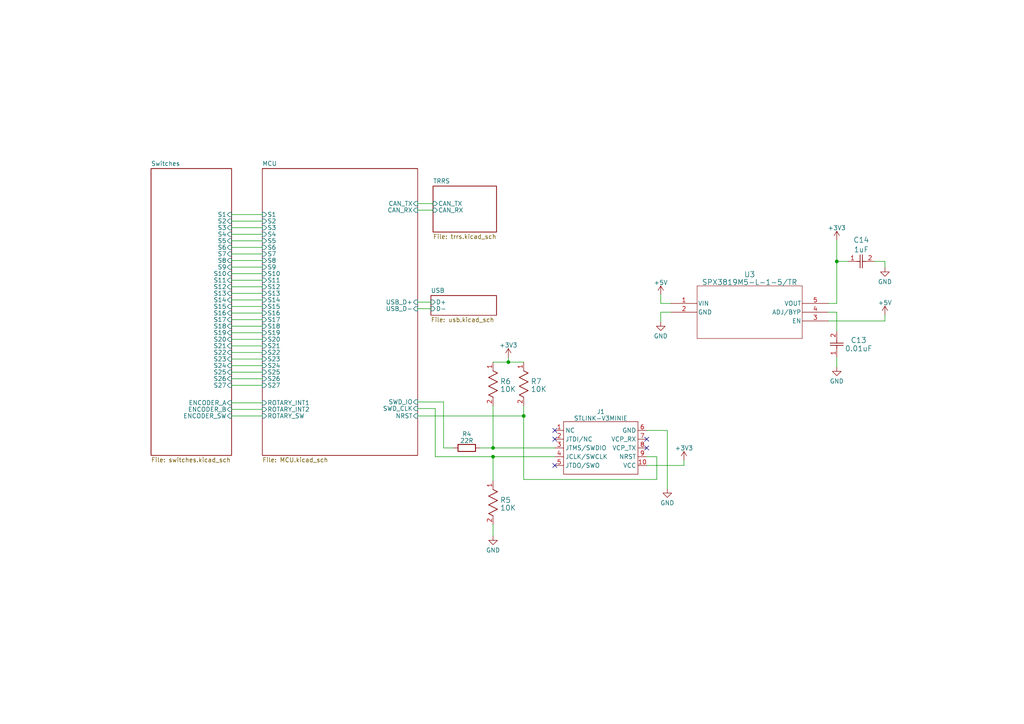
<source format=kicad_sch>
(kicad_sch (version 20230121) (generator eeschema)

  (uuid 1b168127-fe42-47b1-9115-517d28be7dcb)

  (paper "A4")

  (lib_symbols
    (symbol "Junon's KB:0603YD105KAT2A" (pin_names (offset 0.254)) (in_bom yes) (on_board yes)
      (property "Reference" "C" (at 3.81 3.81 0)
        (effects (font (size 1.524 1.524)))
      )
      (property "Value" "0603YD105KAT2A" (at 3.81 -3.81 0)
        (effects (font (size 1.524 1.524)))
      )
      (property "Footprint" "junon-kb:CAP_0603G_AVX" (at 0 0 0)
        (effects (font (size 1.27 1.27) italic) hide)
      )
      (property "Datasheet" "https://www.mouser.de/datasheet/2/40/cx5r_KGM-3223198.pdf" (at 0 0 0)
        (effects (font (size 1.27 1.27) italic) hide)
      )
      (property "Mouser ID" "581-0603YD105K" (at 0 -3 0)
        (effects (font (size 1.27 1.27) italic) hide)
      )
      (property "DigiKey ID" "null" (at 0 -3 0)
        (effects (font (size 1.27 1.27) italic) hide)
      )
      (property "Description" "CAP; SMT (0603); 1UF; 10%; 16V; X5R; CERAMIC; " (at 0 -3 0)
        (effects (font (size 1.27 1.27) italic) hide)
      )
      (property "Mfr. Number" "0603YD105KAT2A" (at 0 -3 0)
        (effects (font (size 1.27 1.27) italic) hide)
      )
      (property "Arrow ID" "0603YD105KAT2A" (at 0 -3 0)
        (effects (font (size 1.27 1.27) italic) hide)
      )
      (property "Mfr. Name" "KYOCERA AVX" (at 0 -3 0)
        (effects (font (size 1.27 1.27) italic) hide)
      )
      (property "Mouser URL" "https://www.mouser.de/ProductDetail/KYOCERA-AVX/0603YD105KAT2A?qs=Gc704lYbI0yxwip%252B5td8dA%3D%3D" (at 0 -3 0)
        (effects (font (size 1.27 1.27) italic) hide)
      )
      (property "ki_locked" "" (at 0 0 0)
        (effects (font (size 1.27 1.27)))
      )
      (property "ki_keywords" "0603YD105KAT2A" (at 0 0 0)
        (effects (font (size 1.27 1.27)) hide)
      )
      (property "ki_description" "CAP; SMT (0603); 1UF; 10%; 16V; X5R; CERAMIC; " (at 0 0 0)
        (effects (font (size 1.27 1.27)) hide)
      )
      (property "ki_fp_filters" "CAP_0603G_AVX CAP_0603G_AVX-M CAP_0603G_AVX-L" (at 0 0 0)
        (effects (font (size 1.27 1.27)) hide)
      )
      (symbol "0603YD105KAT2A_1_1"
        (polyline
          (pts
            (xy 2.54 0)
            (xy 3.4798 0)
          )
          (stroke (width 0.2032) (type default))
          (fill (type none))
        )
        (polyline
          (pts
            (xy 3.4798 -1.905)
            (xy 3.4798 1.905)
          )
          (stroke (width 0.2032) (type default))
          (fill (type none))
        )
        (polyline
          (pts
            (xy 4.1148 -1.905)
            (xy 4.1148 1.905)
          )
          (stroke (width 0.2032) (type default))
          (fill (type none))
        )
        (polyline
          (pts
            (xy 4.1148 0)
            (xy 5.08 0)
          )
          (stroke (width 0.2032) (type default))
          (fill (type none))
        )
        (pin unspecified line (at 0 0 0) (length 2.54)
          (name "" (effects (font (size 1.27 1.27))))
          (number "1" (effects (font (size 1.27 1.27))))
        )
        (pin unspecified line (at 7.62 0 180) (length 2.54)
          (name "" (effects (font (size 1.27 1.27))))
          (number "2" (effects (font (size 1.27 1.27))))
        )
      )
      (symbol "0603YD105KAT2A_1_2"
        (polyline
          (pts
            (xy -1.905 -4.1148)
            (xy 1.905 -4.1148)
          )
          (stroke (width 0.2032) (type default))
          (fill (type none))
        )
        (polyline
          (pts
            (xy -1.905 -3.4798)
            (xy 1.905 -3.4798)
          )
          (stroke (width 0.2032) (type default))
          (fill (type none))
        )
        (polyline
          (pts
            (xy 0 -4.1148)
            (xy 0 -5.08)
          )
          (stroke (width 0.2032) (type default))
          (fill (type none))
        )
        (polyline
          (pts
            (xy 0 -2.54)
            (xy 0 -3.4798)
          )
          (stroke (width 0.2032) (type default))
          (fill (type none))
        )
        (pin unspecified line (at 0 0 270) (length 2.54)
          (name "" (effects (font (size 1.27 1.27))))
          (number "1" (effects (font (size 1.27 1.27))))
        )
        (pin unspecified line (at 0 -7.62 90) (length 2.54)
          (name "" (effects (font (size 1.27 1.27))))
          (number "2" (effects (font (size 1.27 1.27))))
        )
      )
    )
    (symbol "Junon's KB:CL21B103KBANNNC" (pin_names (offset 0.254)) (in_bom yes) (on_board yes)
      (property "Reference" "C" (at 3.81 3.81 0)
        (effects (font (size 1.524 1.524)))
      )
      (property "Value" "CL21B103KBANNNC" (at 3.81 -3.81 0)
        (effects (font (size 1.524 1.524)))
      )
      (property "Footprint" "junon-kb:CAP_CL21_SAM" (at 0 0 0)
        (effects (font (size 1.27 1.27) italic) hide)
      )
      (property "Datasheet" "null" (at 0 0 0)
        (effects (font (size 1.27 1.27) italic) hide)
      )
      (property "Mfr. Number" "CL21B103KBANNNC" (at 0 -3 0)
        (effects (font (size 1.27 1.27) italic) hide)
      )
      (property "Mfr. Name" "Samsung" (at 0 -3 0)
        (effects (font (size 1.27 1.27) italic) hide)
      )
      (property "DigiKey ID" "1276-1015-1-ND" (at 0 -3 0)
        (effects (font (size 1.27 1.27) italic) hide)
      )
      (property "Description" "Multilayer Ceramic Capacitor, 0.01 uF, 50 V, ± 10%, X7R, 0805 [2012 Metric]" (at 0 -3 0)
        (effects (font (size 1.27 1.27) italic) hide)
      )
      (property "Arrow ID" "CL21B103KBANNNC" (at 0 -3 0)
        (effects (font (size 1.27 1.27) italic) hide)
      )
      (property "Mouser URL" "null" (at 0 -3 0)
        (effects (font (size 1.27 1.27) italic) hide)
      )
      (property "Mouser ID" "187-CL21B103KBANNNC" (at 0 -3 0)
        (effects (font (size 1.27 1.27) italic) hide)
      )
      (property "ki_locked" "" (at 0 0 0)
        (effects (font (size 1.27 1.27)))
      )
      (property "ki_keywords" "CL21B103KBANNNC" (at 0 0 0)
        (effects (font (size 1.27 1.27)) hide)
      )
      (property "ki_description" "Multilayer Ceramic Capacitor, 0.01 uF, 50 V, ± 10%, X7R, 0805 [2012 Metric]" (at 0 0 0)
        (effects (font (size 1.27 1.27)) hide)
      )
      (property "ki_fp_filters" "CAP_CL21_SAM CAP_CL21_SAM-M CAP_CL21_SAM-L" (at 0 0 0)
        (effects (font (size 1.27 1.27)) hide)
      )
      (symbol "CL21B103KBANNNC_1_1"
        (polyline
          (pts
            (xy 2.54 0)
            (xy 3.4798 0)
          )
          (stroke (width 0.2032) (type default))
          (fill (type none))
        )
        (polyline
          (pts
            (xy 3.4798 -1.905)
            (xy 3.4798 1.905)
          )
          (stroke (width 0.2032) (type default))
          (fill (type none))
        )
        (polyline
          (pts
            (xy 4.1148 -1.905)
            (xy 4.1148 1.905)
          )
          (stroke (width 0.2032) (type default))
          (fill (type none))
        )
        (polyline
          (pts
            (xy 4.1148 0)
            (xy 5.08 0)
          )
          (stroke (width 0.2032) (type default))
          (fill (type none))
        )
        (pin unspecified line (at 0 0 0) (length 2.54)
          (name "" (effects (font (size 1.27 1.27))))
          (number "1" (effects (font (size 1.27 1.27))))
        )
        (pin unspecified line (at 7.62 0 180) (length 2.54)
          (name "" (effects (font (size 1.27 1.27))))
          (number "2" (effects (font (size 1.27 1.27))))
        )
      )
      (symbol "CL21B103KBANNNC_1_2"
        (polyline
          (pts
            (xy -1.905 -4.1148)
            (xy 1.905 -4.1148)
          )
          (stroke (width 0.2032) (type default))
          (fill (type none))
        )
        (polyline
          (pts
            (xy -1.905 -3.4798)
            (xy 1.905 -3.4798)
          )
          (stroke (width 0.2032) (type default))
          (fill (type none))
        )
        (polyline
          (pts
            (xy 0 -4.1148)
            (xy 0 -5.08)
          )
          (stroke (width 0.2032) (type default))
          (fill (type none))
        )
        (polyline
          (pts
            (xy 0 -2.54)
            (xy 0 -3.4798)
          )
          (stroke (width 0.2032) (type default))
          (fill (type none))
        )
        (pin unspecified line (at 0 0 270) (length 2.54)
          (name "" (effects (font (size 1.27 1.27))))
          (number "1" (effects (font (size 1.27 1.27))))
        )
        (pin unspecified line (at 0 -7.62 90) (length 2.54)
          (name "" (effects (font (size 1.27 1.27))))
          (number "2" (effects (font (size 1.27 1.27))))
        )
      )
    )
    (symbol "Junon's KB:RK73H1ETTP1002F" (pin_names (offset 0.254)) (in_bom yes) (on_board yes)
      (property "Reference" "R" (at 5.715 3.81 0)
        (effects (font (size 1.524 1.524)))
      )
      (property "Value" "RK73H1ETTP1002F" (at 6.35 -3.81 0)
        (effects (font (size 1.524 1.524)))
      )
      (property "Footprint" "junon-kb:RES_RK73H1E_KOA" (at 0 0 0)
        (effects (font (size 1.27 1.27) italic) hide)
      )
      (property "Datasheet" "https://www.koaspeer.com/pdfs/RK73H.pdf" (at 0 0 0)
        (effects (font (size 1.27 1.27) italic) hide)
      )
      (property "Mouser ID" "660-RK73H1ETTP1002F" (at 0 -3 0)
        (effects (font (size 1.27 1.27) italic) hide)
      )
      (property "Mfr. Name" "KOA Speer" (at 0 -3 0)
        (effects (font (size 1.27 1.27) italic) hide)
      )
      (property "DigiKey ID" "2019-RK73H1ETTP1002FCT-ND" (at 0 -3 0)
        (effects (font (size 1.27 1.27) italic) hide)
      )
      (property "Description" "Res Thick Film 0402 10K Ohm 1% 0.1W(1/10W) ¡À100ppm/C Pad SMD Automotive T/R" (at 0 -3 0)
        (effects (font (size 1.27 1.27) italic) hide)
      )
      (property "Arrow ID" "RK73H1ETTP1002F" (at 0 -3 0)
        (effects (font (size 1.27 1.27) italic) hide)
      )
      (property "Mfr. Number" "RK73H1ETTP1002F" (at 0 -3 0)
        (effects (font (size 1.27 1.27) italic) hide)
      )
      (property "Mouser URL" "https://www.mouser.de/ProductDetail/KOA-Speer/RK73H1ETTP1002F?qs=uLfVlVfCHH2OZ4JTybrBPQ%3D%3D" (at 0 -3 0)
        (effects (font (size 1.27 1.27) italic) hide)
      )
      (property "ki_locked" "" (at 0 0 0)
        (effects (font (size 1.27 1.27)))
      )
      (property "ki_keywords" "RK73H1ETTP1002F" (at 0 0 0)
        (effects (font (size 1.27 1.27)) hide)
      )
      (property "ki_description" "Res Thick Film 0402 10K Ohm 1% 0.1W(1/10W) ¡À100ppm/C Pad SMD Automotive T/R" (at 0 0 0)
        (effects (font (size 1.27 1.27)) hide)
      )
      (property "ki_fp_filters" "RES_RK73H1E_KOA RES_RK73H1E_KOA-M RES_RK73H1E_KOA-L" (at 0 0 0)
        (effects (font (size 1.27 1.27)) hide)
      )
      (symbol "RK73H1ETTP1002F_1_1"
        (polyline
          (pts
            (xy 2.54 0)
            (xy 3.175 1.27)
          )
          (stroke (width 0.2032) (type default))
          (fill (type none))
        )
        (polyline
          (pts
            (xy 3.175 1.27)
            (xy 4.445 -1.27)
          )
          (stroke (width 0.2032) (type default))
          (fill (type none))
        )
        (polyline
          (pts
            (xy 4.445 -1.27)
            (xy 5.715 1.27)
          )
          (stroke (width 0.2032) (type default))
          (fill (type none))
        )
        (polyline
          (pts
            (xy 5.715 1.27)
            (xy 6.985 -1.27)
          )
          (stroke (width 0.2032) (type default))
          (fill (type none))
        )
        (polyline
          (pts
            (xy 6.985 -1.27)
            (xy 8.255 1.27)
          )
          (stroke (width 0.2032) (type default))
          (fill (type none))
        )
        (polyline
          (pts
            (xy 8.255 1.27)
            (xy 9.525 -1.27)
          )
          (stroke (width 0.2032) (type default))
          (fill (type none))
        )
        (polyline
          (pts
            (xy 9.525 -1.27)
            (xy 10.16 0)
          )
          (stroke (width 0.2032) (type default))
          (fill (type none))
        )
        (pin unspecified line (at 0 0 0) (length 2.54)
          (name "" (effects (font (size 1.27 1.27))))
          (number "1" (effects (font (size 1.27 1.27))))
        )
        (pin unspecified line (at 12.7 0 180) (length 2.54)
          (name "" (effects (font (size 1.27 1.27))))
          (number "2" (effects (font (size 1.27 1.27))))
        )
      )
      (symbol "RK73H1ETTP1002F_1_2"
        (polyline
          (pts
            (xy -1.27 3.175)
            (xy 1.27 4.445)
          )
          (stroke (width 0.2032) (type default))
          (fill (type none))
        )
        (polyline
          (pts
            (xy -1.27 5.715)
            (xy 1.27 6.985)
          )
          (stroke (width 0.2032) (type default))
          (fill (type none))
        )
        (polyline
          (pts
            (xy -1.27 8.255)
            (xy 1.27 9.525)
          )
          (stroke (width 0.2032) (type default))
          (fill (type none))
        )
        (polyline
          (pts
            (xy 0 2.54)
            (xy -1.27 3.175)
          )
          (stroke (width 0.2032) (type default))
          (fill (type none))
        )
        (polyline
          (pts
            (xy 1.27 4.445)
            (xy -1.27 5.715)
          )
          (stroke (width 0.2032) (type default))
          (fill (type none))
        )
        (polyline
          (pts
            (xy 1.27 6.985)
            (xy -1.27 8.255)
          )
          (stroke (width 0.2032) (type default))
          (fill (type none))
        )
        (polyline
          (pts
            (xy 1.27 9.525)
            (xy 0 10.16)
          )
          (stroke (width 0.2032) (type default))
          (fill (type none))
        )
        (pin unspecified line (at 0 12.7 270) (length 2.54)
          (name "" (effects (font (size 1.27 1.27))))
          (number "1" (effects (font (size 1.27 1.27))))
        )
        (pin unspecified line (at 0 0 90) (length 2.54)
          (name "" (effects (font (size 1.27 1.27))))
          (number "2" (effects (font (size 1.27 1.27))))
        )
      )
    )
    (symbol "Junon's KB:SPX3819M5-L-1-5_TR" (pin_names (offset 0.254)) (in_bom yes) (on_board yes)
      (property "Reference" "U" (at 22.86 10.16 0)
        (effects (font (size 1.524 1.524)))
      )
      (property "Value" "SPX3819M5-L-1-5/TR" (at 22.86 7.62 0)
        (effects (font (size 1.524 1.524)))
      )
      (property "Footprint" "junon-kb:SOT-23-5_VAR-AA" (at 0 0 0)
        (effects (font (size 1.27 1.27) italic) hide)
      )
      (property "Datasheet" "https://www.mouser.de/datasheet/2/146/SPX3819-1888965.pdf" (at 0 0 0)
        (effects (font (size 1.27 1.27) italic) hide)
      )
      (property "Arrow ID" "SPX3819M5-L-1-5/TR" (at 0 -3 0)
        (effects (font (size 1.27 1.27) italic) hide)
      )
      (property "Mfr. Number" "SPX3819M5-L-1-5/TR" (at 0 -3 0)
        (effects (font (size 1.27 1.27) italic) hide)
      )
      (property "Description" "SPX3819 Series 1.5 V Fixed Output 500 mA SMT LDO Regulator - SOT-23-5 T/R" (at 0 -3 0)
        (effects (font (size 1.27 1.27) italic) hide)
      )
      (property "Mouser URL" "https://www.mouser.de/ProductDetail/MaxLinear/SPX3819M5-L-1-5-TR?qs=S%2FCBhQS5rCrN5Ap1i7lqJA%3D%3D" (at 0 -3 0)
        (effects (font (size 1.27 1.27) italic) hide)
      )
      (property "Mfr. Name" "MaxLinear / Exar" (at 0 -3 0)
        (effects (font (size 1.27 1.27) italic) hide)
      )
      (property "Mouser ID" "701-SPX3819M5-L-15TR" (at 0 -3 0)
        (effects (font (size 1.27 1.27) italic) hide)
      )
      (property "DigiKey ID" "SPX3819M5-L-1-5/TR-ND" (at 0 -3 0)
        (effects (font (size 1.27 1.27) italic) hide)
      )
      (property "ki_locked" "" (at 0 0 0)
        (effects (font (size 1.27 1.27)))
      )
      (property "ki_keywords" "SPX3819M5-L-1-5/TR" (at 0 0 0)
        (effects (font (size 1.27 1.27)) hide)
      )
      (property "ki_description" "SPX3819 Series 1.5 V Fixed Output 500 mA SMT LDO Regulator - SOT-23-5 T/R" (at 0 0 0)
        (effects (font (size 1.27 1.27)) hide)
      )
      (property "ki_fp_filters" "SOT-23-5_VAR-AA SOT-23-5_VAR-AA-M SOT-23-5_VAR-AA-L" (at 0 0 0)
        (effects (font (size 1.27 1.27)) hide)
      )
      (symbol "SPX3819M5-L-1-5_TR_0_1"
        (polyline
          (pts
            (xy 7.62 -10.16)
            (xy 38.1 -10.16)
          )
          (stroke (width 0.127) (type default))
          (fill (type none))
        )
        (polyline
          (pts
            (xy 7.62 5.08)
            (xy 7.62 -10.16)
          )
          (stroke (width 0.127) (type default))
          (fill (type none))
        )
        (polyline
          (pts
            (xy 38.1 -10.16)
            (xy 38.1 5.08)
          )
          (stroke (width 0.127) (type default))
          (fill (type none))
        )
        (polyline
          (pts
            (xy 38.1 5.08)
            (xy 7.62 5.08)
          )
          (stroke (width 0.127) (type default))
          (fill (type none))
        )
        (pin input line (at 0 0 0) (length 7.62)
          (name "VIN" (effects (font (size 1.27 1.27))))
          (number "1" (effects (font (size 1.27 1.27))))
        )
        (pin power_out line (at 0 -2.54 0) (length 7.62)
          (name "GND" (effects (font (size 1.27 1.27))))
          (number "2" (effects (font (size 1.27 1.27))))
        )
        (pin input line (at 45.72 -5.08 180) (length 7.62)
          (name "EN" (effects (font (size 1.27 1.27))))
          (number "3" (effects (font (size 1.27 1.27))))
        )
        (pin unspecified line (at 45.72 -2.54 180) (length 7.62)
          (name "ADJ/BYP" (effects (font (size 1.27 1.27))))
          (number "4" (effects (font (size 1.27 1.27))))
        )
        (pin output line (at 45.72 0 180) (length 7.62)
          (name "VOUT" (effects (font (size 1.27 1.27))))
          (number "5" (effects (font (size 1.27 1.27))))
        )
      )
    )
    (symbol "Junon's KB:STLINK-V3MINIE" (in_bom yes) (on_board yes)
      (property "Reference" "J" (at 13.97 3.81 0)
        (effects (font (size 1.27 1.27)))
      )
      (property "Value" "STLINK-V3MINIE" (at 13.97 1.27 0)
        (effects (font (size 1.27 1.27)))
      )
      (property "Footprint" "junon-kb:009159010061911" (at -10.16 6.35 0)
        (effects (font (size 1.27 1.27)) hide)
      )
      (property "Datasheet" "https://www.st.com/resource/en/user_manual/um2910-stlinkv3minie-debuggerprogrammer-tiny-probe-for-stm32-microcontrollers-stmicroelectronics.pdf" (at 0 10.16 0)
        (effects (font (size 1.27 1.27)) hide)
      )
      (property "Manufacturer_Name" "STMicroelectronics" (at -1.27 13.97 0)
        (effects (font (size 1.27 1.27)) (justify left) hide)
      )
      (property "Manufacturer_Part_Number" "STLINK-V3MINIE" (at 0 13.97 0)
        (effects (font (size 1.27 1.27)) (justify left) hide)
      )
      (property "Mouser Part Number" "511-STLINK-V3MINIE" (at 0 11.43 0)
        (effects (font (size 1.27 1.27)) (justify left) hide)
      )
      (property "Mouser Price/Stock" "https://www.mouser.de/ProductDetail/STMicroelectronics/STLINK-V3MINIE?qs=MyNHzdoqoQKcLQe5Jawcgw%3D%3D" (at 0 7.62 0)
        (effects (font (size 1.27 1.27)) (justify left) hide)
      )
      (symbol "STLINK-V3MINIE_0_0"
        (pin unspecified line (at 0 -2.54 0) (length 2.54)
          (name "NC" (effects (font (size 1.27 1.27))))
          (number "1" (effects (font (size 1.27 1.27))))
        )
        (pin unspecified line (at 26.67 -12.7 180) (length 2.54)
          (name "VCC" (effects (font (size 1.27 1.27))))
          (number "10" (effects (font (size 1.27 1.27))))
        )
        (pin unspecified line (at 0 -5.08 0) (length 2.54)
          (name "JTDI/NC" (effects (font (size 1.27 1.27))))
          (number "2" (effects (font (size 1.27 1.27))))
        )
        (pin unspecified line (at 0 -7.62 0) (length 2.54)
          (name "JTMS/SWDIO" (effects (font (size 1.27 1.27))))
          (number "3" (effects (font (size 1.27 1.27))))
        )
        (pin unspecified line (at 0 -10.16 0) (length 2.54)
          (name "JCLK/SWCLK" (effects (font (size 1.27 1.27))))
          (number "4" (effects (font (size 1.27 1.27))))
        )
        (pin unspecified line (at 0 -12.7 0) (length 2.54)
          (name "JTDO/SWO" (effects (font (size 1.27 1.27))))
          (number "5" (effects (font (size 1.27 1.27))))
        )
        (pin unspecified line (at 26.67 -2.54 180) (length 2.54)
          (name "GND" (effects (font (size 1.27 1.27))))
          (number "6" (effects (font (size 1.27 1.27))))
        )
        (pin unspecified line (at 26.67 -5.08 180) (length 2.54)
          (name "VCP_RX" (effects (font (size 1.27 1.27))))
          (number "7" (effects (font (size 1.27 1.27))))
        )
        (pin unspecified line (at 26.67 -7.62 180) (length 2.54)
          (name "VCP_TX" (effects (font (size 1.27 1.27))))
          (number "8" (effects (font (size 1.27 1.27))))
        )
        (pin unspecified line (at 26.67 -10.16 180) (length 2.54)
          (name "NRST" (effects (font (size 1.27 1.27))))
          (number "9" (effects (font (size 1.27 1.27))))
        )
      )
      (symbol "STLINK-V3MINIE_0_1"
        (rectangle (start 2.54 0) (end 24.13 -15.24)
          (stroke (width 0) (type default))
          (fill (type none))
        )
      )
    )
    (symbol "PCM_Resistor_AKL:R_0402" (pin_numbers hide) (pin_names (offset 0)) (in_bom yes) (on_board yes)
      (property "Reference" "R" (at 2.54 1.27 0)
        (effects (font (size 1.27 1.27)) (justify left))
      )
      (property "Value" "R_0402" (at 2.54 -1.27 0)
        (effects (font (size 1.27 1.27)) (justify left))
      )
      (property "Footprint" "Resistor_SMD_AKL:R_0402_1005Metric" (at 0 -11.43 0)
        (effects (font (size 1.27 1.27)) hide)
      )
      (property "Datasheet" "~" (at 0 0 0)
        (effects (font (size 1.27 1.27)) hide)
      )
      (property "ki_keywords" "R res resistor eu smd 0402" (at 0 0 0)
        (effects (font (size 1.27 1.27)) hide)
      )
      (property "ki_description" "SMD 0402 Chip Resistor, European Symbol, Alternate KiCad Library" (at 0 0 0)
        (effects (font (size 1.27 1.27)) hide)
      )
      (property "ki_fp_filters" "R_*" (at 0 0 0)
        (effects (font (size 1.27 1.27)) hide)
      )
      (symbol "R_0402_0_1"
        (rectangle (start -1.016 -2.54) (end 1.016 2.54)
          (stroke (width 0.254) (type default))
          (fill (type none))
        )
      )
      (symbol "R_0402_1_1"
        (pin passive line (at 0 3.81 270) (length 1.27)
          (name "~" (effects (font (size 1.27 1.27))))
          (number "1" (effects (font (size 1.27 1.27))))
        )
        (pin passive line (at 0 -3.81 90) (length 1.27)
          (name "~" (effects (font (size 1.27 1.27))))
          (number "2" (effects (font (size 1.27 1.27))))
        )
      )
    )
    (symbol "power:+3V3" (power) (pin_names (offset 0)) (in_bom yes) (on_board yes)
      (property "Reference" "#PWR" (at 0 -3.81 0)
        (effects (font (size 1.27 1.27)) hide)
      )
      (property "Value" "+3V3" (at 0 3.556 0)
        (effects (font (size 1.27 1.27)))
      )
      (property "Footprint" "" (at 0 0 0)
        (effects (font (size 1.27 1.27)) hide)
      )
      (property "Datasheet" "" (at 0 0 0)
        (effects (font (size 1.27 1.27)) hide)
      )
      (property "ki_keywords" "global power" (at 0 0 0)
        (effects (font (size 1.27 1.27)) hide)
      )
      (property "ki_description" "Power symbol creates a global label with name \"+3V3\"" (at 0 0 0)
        (effects (font (size 1.27 1.27)) hide)
      )
      (symbol "+3V3_0_1"
        (polyline
          (pts
            (xy -0.762 1.27)
            (xy 0 2.54)
          )
          (stroke (width 0) (type default))
          (fill (type none))
        )
        (polyline
          (pts
            (xy 0 0)
            (xy 0 2.54)
          )
          (stroke (width 0) (type default))
          (fill (type none))
        )
        (polyline
          (pts
            (xy 0 2.54)
            (xy 0.762 1.27)
          )
          (stroke (width 0) (type default))
          (fill (type none))
        )
      )
      (symbol "+3V3_1_1"
        (pin power_in line (at 0 0 90) (length 0) hide
          (name "+3V3" (effects (font (size 1.27 1.27))))
          (number "1" (effects (font (size 1.27 1.27))))
        )
      )
    )
    (symbol "power:+5V" (power) (pin_names (offset 0)) (in_bom yes) (on_board yes)
      (property "Reference" "#PWR" (at 0 -3.81 0)
        (effects (font (size 1.27 1.27)) hide)
      )
      (property "Value" "+5V" (at 0 3.556 0)
        (effects (font (size 1.27 1.27)))
      )
      (property "Footprint" "" (at 0 0 0)
        (effects (font (size 1.27 1.27)) hide)
      )
      (property "Datasheet" "" (at 0 0 0)
        (effects (font (size 1.27 1.27)) hide)
      )
      (property "ki_keywords" "global power" (at 0 0 0)
        (effects (font (size 1.27 1.27)) hide)
      )
      (property "ki_description" "Power symbol creates a global label with name \"+5V\"" (at 0 0 0)
        (effects (font (size 1.27 1.27)) hide)
      )
      (symbol "+5V_0_1"
        (polyline
          (pts
            (xy -0.762 1.27)
            (xy 0 2.54)
          )
          (stroke (width 0) (type default))
          (fill (type none))
        )
        (polyline
          (pts
            (xy 0 0)
            (xy 0 2.54)
          )
          (stroke (width 0) (type default))
          (fill (type none))
        )
        (polyline
          (pts
            (xy 0 2.54)
            (xy 0.762 1.27)
          )
          (stroke (width 0) (type default))
          (fill (type none))
        )
      )
      (symbol "+5V_1_1"
        (pin power_in line (at 0 0 90) (length 0) hide
          (name "+5V" (effects (font (size 1.27 1.27))))
          (number "1" (effects (font (size 1.27 1.27))))
        )
      )
    )
    (symbol "power:GND" (power) (pin_names (offset 0)) (in_bom yes) (on_board yes)
      (property "Reference" "#PWR" (at 0 -6.35 0)
        (effects (font (size 1.27 1.27)) hide)
      )
      (property "Value" "GND" (at 0 -3.81 0)
        (effects (font (size 1.27 1.27)))
      )
      (property "Footprint" "" (at 0 0 0)
        (effects (font (size 1.27 1.27)) hide)
      )
      (property "Datasheet" "" (at 0 0 0)
        (effects (font (size 1.27 1.27)) hide)
      )
      (property "ki_keywords" "global power" (at 0 0 0)
        (effects (font (size 1.27 1.27)) hide)
      )
      (property "ki_description" "Power symbol creates a global label with name \"GND\" , ground" (at 0 0 0)
        (effects (font (size 1.27 1.27)) hide)
      )
      (symbol "GND_0_1"
        (polyline
          (pts
            (xy 0 0)
            (xy 0 -1.27)
            (xy 1.27 -1.27)
            (xy 0 -2.54)
            (xy -1.27 -1.27)
            (xy 0 -1.27)
          )
          (stroke (width 0) (type default))
          (fill (type none))
        )
      )
      (symbol "GND_1_1"
        (pin power_in line (at 0 0 270) (length 0) hide
          (name "GND" (effects (font (size 1.27 1.27))))
          (number "1" (effects (font (size 1.27 1.27))))
        )
      )
    )
  )

  (junction (at 143.002 132.461) (diameter 0) (color 0 0 0 0)
    (uuid a0535f90-b85f-4650-8063-5a433b18a819)
  )
  (junction (at 242.697 75.819) (diameter 0) (color 0 0 0 0)
    (uuid a139462e-d814-4429-b967-0015a99ae9fe)
  )
  (junction (at 143.002 129.921) (diameter 0) (color 0 0 0 0)
    (uuid a34220bb-c75f-4e09-819a-36f8ffd85b8b)
  )
  (junction (at 151.892 120.65) (diameter 0) (color 0 0 0 0)
    (uuid e2923878-1e29-400b-a6a0-f25a277e833c)
  )
  (junction (at 147.447 105.029) (diameter 0) (color 0 0 0 0)
    (uuid f2a83a09-5fe8-44c1-a04b-dc274aca352b)
  )

  (no_connect (at 160.909 127.381) (uuid 1d004143-abaf-4f3b-b1b1-b993c9e7b649))
  (no_connect (at 160.909 124.841) (uuid 42b40ae3-072b-4ceb-bf55-48684e82d630))
  (no_connect (at 187.579 129.921) (uuid 44bdb3bb-e143-4a92-875b-eb7e4f9e431d))
  (no_connect (at 160.909 135.001) (uuid 6efa716f-86ec-44d8-9f34-dc381330d3a1))
  (no_connect (at 187.579 127.381) (uuid af70d298-c408-46d8-be13-4baec46d90d8))

  (wire (pts (xy 187.579 124.841) (xy 193.548 124.841))
    (stroke (width 0) (type default))
    (uuid 009238ab-03ac-4ff8-83c3-cdc97ea26ff6)
  )
  (wire (pts (xy 256.667 75.819) (xy 256.667 77.597))
    (stroke (width 0) (type default))
    (uuid 05aa9ebb-366c-424c-b708-57fe352724a8)
  )
  (wire (pts (xy 121.158 116.586) (xy 128.651 116.586))
    (stroke (width 0) (type default))
    (uuid 07dc31f4-13ad-4469-8aeb-b4f041221a08)
  )
  (wire (pts (xy 67.183 73.66) (xy 76.073 73.66))
    (stroke (width 0) (type default))
    (uuid 08ad84e6-090f-42bc-93c1-9b5cbb3d1309)
  )
  (wire (pts (xy 242.697 103.632) (xy 242.697 106.426))
    (stroke (width 0) (type default))
    (uuid 0abd30f0-45a2-465a-aa5b-b2ea93d52ed9)
  )
  (wire (pts (xy 67.183 67.945) (xy 76.073 67.945))
    (stroke (width 0) (type default))
    (uuid 0dccaf95-3cd7-4aee-bef3-7cc779330c62)
  )
  (wire (pts (xy 147.447 105.029) (xy 151.892 105.029))
    (stroke (width 0) (type default))
    (uuid 129aeca8-39f1-4113-8690-9321a0fab7c7)
  )
  (wire (pts (xy 187.579 132.461) (xy 190.5 132.461))
    (stroke (width 0) (type default))
    (uuid 17e7d4cd-1470-4345-bc91-ac0491f9ea2a)
  )
  (wire (pts (xy 143.002 132.461) (xy 160.909 132.461))
    (stroke (width 0) (type default))
    (uuid 199cbd55-a69c-43dd-a921-9e2a60df9b24)
  )
  (wire (pts (xy 128.651 129.921) (xy 131.572 129.921))
    (stroke (width 0) (type default))
    (uuid 1c5f37d0-728b-48f9-a085-c68cdeb9879c)
  )
  (wire (pts (xy 67.183 79.375) (xy 76.073 79.375))
    (stroke (width 0) (type default))
    (uuid 1d523b64-0c21-4d3d-a2e2-e463fd82fa1a)
  )
  (wire (pts (xy 121.158 118.491) (xy 126.238 118.491))
    (stroke (width 0) (type default))
    (uuid 2383f7ab-f7c0-4cce-9f8b-0d8e06177566)
  )
  (wire (pts (xy 67.183 98.425) (xy 76.073 98.425))
    (stroke (width 0) (type default))
    (uuid 243d9cf4-97b3-42d6-9af8-8f63561b7c84)
  )
  (wire (pts (xy 126.238 118.491) (xy 126.238 132.461))
    (stroke (width 0) (type default))
    (uuid 2571bc40-16d8-4572-9686-10f8d42c3496)
  )
  (wire (pts (xy 253.619 75.819) (xy 256.667 75.819))
    (stroke (width 0) (type default))
    (uuid 28d8114e-a95c-469f-8fc9-4d185d4ac114)
  )
  (wire (pts (xy 67.183 85.09) (xy 76.073 85.09))
    (stroke (width 0) (type default))
    (uuid 29fc3c31-79c5-434b-84fb-86d195c98452)
  )
  (wire (pts (xy 240.284 93.091) (xy 256.667 93.091))
    (stroke (width 0) (type default))
    (uuid 306aa1cc-50b7-4d9d-bdee-2fe523aad8fe)
  )
  (wire (pts (xy 151.892 117.729) (xy 151.892 120.65))
    (stroke (width 0) (type default))
    (uuid 32a21441-d81e-4399-95cd-a7f03fdf5cb1)
  )
  (wire (pts (xy 191.643 90.551) (xy 191.643 93.345))
    (stroke (width 0) (type default))
    (uuid 35851d39-876b-4f5e-b84b-980abbbd9e69)
  )
  (wire (pts (xy 242.697 75.819) (xy 242.697 88.011))
    (stroke (width 0) (type default))
    (uuid 35fe964e-38de-43d3-9ef6-ba2a71159946)
  )
  (wire (pts (xy 143.002 105.029) (xy 147.447 105.029))
    (stroke (width 0) (type default))
    (uuid 37107e2b-b722-454b-b7c5-0e078d337bf6)
  )
  (wire (pts (xy 67.183 94.615) (xy 76.073 94.615))
    (stroke (width 0) (type default))
    (uuid 3bff5a03-f31b-4b49-97bf-e4da6902fe18)
  )
  (wire (pts (xy 143.002 129.921) (xy 160.909 129.921))
    (stroke (width 0) (type default))
    (uuid 3d16c015-c4e1-4c3b-9fe6-1867c78e2d0b)
  )
  (wire (pts (xy 67.183 116.84) (xy 76.073 116.84))
    (stroke (width 0) (type default))
    (uuid 484979d1-2b3f-4c64-b1f9-cba18912eb1d)
  )
  (wire (pts (xy 67.183 90.805) (xy 76.073 90.805))
    (stroke (width 0) (type default))
    (uuid 48daf700-48ad-440a-889d-3d93a88d4644)
  )
  (wire (pts (xy 67.183 71.755) (xy 76.073 71.755))
    (stroke (width 0) (type default))
    (uuid 535e75d8-4db8-4cc6-93c2-f2f4d822eae6)
  )
  (wire (pts (xy 151.892 139.065) (xy 190.5 139.065))
    (stroke (width 0) (type default))
    (uuid 5976a267-5837-4202-ab54-9fd8b241cbb2)
  )
  (wire (pts (xy 67.183 81.28) (xy 76.073 81.28))
    (stroke (width 0) (type default))
    (uuid 597931c1-80fd-4e91-a3e7-3a51ba412893)
  )
  (wire (pts (xy 67.183 109.855) (xy 76.073 109.855))
    (stroke (width 0) (type default))
    (uuid 5cb0c39d-48ea-41a7-bbf0-9ea7ccca025e)
  )
  (wire (pts (xy 67.183 66.04) (xy 76.073 66.04))
    (stroke (width 0) (type default))
    (uuid 5d4cccea-1182-44fd-871b-bf2e1f415454)
  )
  (wire (pts (xy 143.002 117.729) (xy 143.002 129.921))
    (stroke (width 0) (type default))
    (uuid 630da304-26cf-4e36-a24c-5ef9faf4c236)
  )
  (wire (pts (xy 193.548 124.841) (xy 193.548 141.732))
    (stroke (width 0) (type default))
    (uuid 65ff17c8-9d93-4759-b351-714b0d72a0db)
  )
  (wire (pts (xy 240.284 88.011) (xy 242.697 88.011))
    (stroke (width 0) (type default))
    (uuid 67dabd47-7971-4f4e-a86a-9fbf86b12e0d)
  )
  (wire (pts (xy 147.447 103.632) (xy 147.447 105.029))
    (stroke (width 0) (type default))
    (uuid 6cd997fd-6e37-47c9-9ae5-90f0ed9d35f1)
  )
  (wire (pts (xy 67.183 107.95) (xy 76.073 107.95))
    (stroke (width 0) (type default))
    (uuid 6fe36fa3-fcca-4a26-81cb-c4008256fa5e)
  )
  (wire (pts (xy 121.158 60.96) (xy 125.603 60.96))
    (stroke (width 0) (type default))
    (uuid 75e57dc3-8a28-420b-b6ac-213a48ee946e)
  )
  (wire (pts (xy 128.651 116.586) (xy 128.651 129.921))
    (stroke (width 0) (type default))
    (uuid 7f3525c7-11ba-4898-9de6-2f6f015faa65)
  )
  (wire (pts (xy 67.183 88.9) (xy 76.073 88.9))
    (stroke (width 0) (type default))
    (uuid 841c6495-e662-497e-b75a-ebecf4252080)
  )
  (wire (pts (xy 242.697 90.551) (xy 242.697 96.012))
    (stroke (width 0) (type default))
    (uuid 88cc617c-a9f1-44ac-87e1-e25280898420)
  )
  (wire (pts (xy 121.158 87.63) (xy 124.968 87.63))
    (stroke (width 0) (type default))
    (uuid 8ba45173-28ed-4879-9ab7-8573c15ec8a9)
  )
  (wire (pts (xy 143.002 152.146) (xy 143.002 155.448))
    (stroke (width 0) (type default))
    (uuid 8c6d8fd0-0a12-4d75-9beb-8e31e73fba76)
  )
  (wire (pts (xy 67.183 100.33) (xy 76.073 100.33))
    (stroke (width 0) (type default))
    (uuid 96095e72-37d6-4898-8681-5efaccd52342)
  )
  (wire (pts (xy 67.183 104.14) (xy 76.073 104.14))
    (stroke (width 0) (type default))
    (uuid 97cb9558-7a3d-4e81-8955-b014384af23f)
  )
  (wire (pts (xy 67.183 120.65) (xy 76.073 120.65))
    (stroke (width 0) (type default))
    (uuid 98a8a126-6c79-4339-9c7a-ee2e972ea6cf)
  )
  (wire (pts (xy 67.183 102.235) (xy 76.073 102.235))
    (stroke (width 0) (type default))
    (uuid 99728603-bc7d-468b-a87f-a67301fcfbc7)
  )
  (wire (pts (xy 67.183 69.85) (xy 76.073 69.85))
    (stroke (width 0) (type default))
    (uuid 9abae8b7-5951-484c-a47d-2c78a3aaef80)
  )
  (wire (pts (xy 242.697 69.596) (xy 242.697 75.819))
    (stroke (width 0) (type default))
    (uuid 9b4e8fae-e085-489a-b3de-1706e8421b62)
  )
  (wire (pts (xy 191.643 88.011) (xy 191.643 85.471))
    (stroke (width 0) (type default))
    (uuid 9c3c3e12-f769-472a-8074-2f119af9c9d5)
  )
  (wire (pts (xy 67.183 64.135) (xy 76.073 64.135))
    (stroke (width 0) (type default))
    (uuid a00199a3-462e-40c0-859e-f90bd23ae4cd)
  )
  (wire (pts (xy 121.158 120.65) (xy 151.892 120.65))
    (stroke (width 0) (type default))
    (uuid a0ec67f2-a2f4-4a5e-86c3-de357089cc57)
  )
  (wire (pts (xy 240.284 90.551) (xy 242.697 90.551))
    (stroke (width 0) (type default))
    (uuid a28f1029-ea08-4df9-a43b-416b440d245e)
  )
  (wire (pts (xy 67.183 86.995) (xy 76.073 86.995))
    (stroke (width 0) (type default))
    (uuid ad904d4c-4e6f-4e45-b01d-536d3e0ee16b)
  )
  (wire (pts (xy 187.579 135.001) (xy 198.374 135.001))
    (stroke (width 0) (type default))
    (uuid b39a186b-9136-444e-bd77-4f792c4af28a)
  )
  (wire (pts (xy 242.697 75.819) (xy 245.999 75.819))
    (stroke (width 0) (type default))
    (uuid b440462d-b24a-4c95-bd74-d75caf11a5ab)
  )
  (wire (pts (xy 151.892 120.65) (xy 151.892 139.065))
    (stroke (width 0) (type default))
    (uuid b4b6c960-23e9-4aa7-9510-5a193989ed8d)
  )
  (wire (pts (xy 139.192 129.921) (xy 143.002 129.921))
    (stroke (width 0) (type default))
    (uuid b8ae8f0f-3111-4fd6-b61f-f0890f18306f)
  )
  (wire (pts (xy 190.5 132.461) (xy 190.5 139.065))
    (stroke (width 0) (type default))
    (uuid b91fcfe1-135d-41e7-adde-49f7d44b6fd9)
  )
  (wire (pts (xy 198.374 133.477) (xy 198.374 135.001))
    (stroke (width 0) (type default))
    (uuid b979a7fd-d182-49d0-9045-563d057e09b5)
  )
  (wire (pts (xy 67.183 83.185) (xy 76.073 83.185))
    (stroke (width 0) (type default))
    (uuid bedd2f41-f439-4a9e-ad7c-505d2d0aa76e)
  )
  (wire (pts (xy 126.238 132.461) (xy 143.002 132.461))
    (stroke (width 0) (type default))
    (uuid c0825d4c-8c30-4d85-9b2a-36762eb265f3)
  )
  (wire (pts (xy 121.158 59.055) (xy 125.603 59.055))
    (stroke (width 0) (type default))
    (uuid c4a47f3f-7f15-42c6-831d-a0ef45742610)
  )
  (wire (pts (xy 121.158 89.535) (xy 124.968 89.535))
    (stroke (width 0) (type default))
    (uuid c50fbd57-8e46-4aba-a235-47ca41659289)
  )
  (wire (pts (xy 67.183 77.47) (xy 76.073 77.47))
    (stroke (width 0) (type default))
    (uuid c82c3ea5-0366-473e-b7ed-ee319e2c7dfe)
  )
  (wire (pts (xy 256.667 91.313) (xy 256.667 93.091))
    (stroke (width 0) (type default))
    (uuid cffc06ac-ac12-497f-ad9f-43df3f0a10d5)
  )
  (wire (pts (xy 67.183 92.71) (xy 76.073 92.71))
    (stroke (width 0) (type default))
    (uuid d86222fb-30a9-4272-915e-5f9ca00d8331)
  )
  (wire (pts (xy 67.183 96.52) (xy 76.073 96.52))
    (stroke (width 0) (type default))
    (uuid e4aa403e-9146-4cf0-ab2f-24d9aed02db1)
  )
  (wire (pts (xy 67.183 118.745) (xy 76.073 118.745))
    (stroke (width 0) (type default))
    (uuid e4c1ab1d-90bf-47a6-b4ca-b9c0ad4ecb74)
  )
  (wire (pts (xy 143.002 132.461) (xy 143.002 139.446))
    (stroke (width 0) (type default))
    (uuid e79e50eb-ef54-467d-b44e-a9ce6dc3f932)
  )
  (wire (pts (xy 67.183 111.76) (xy 76.073 111.76))
    (stroke (width 0) (type default))
    (uuid ec971ce3-3227-42b9-9738-6fa36a9e654d)
  )
  (wire (pts (xy 194.564 90.551) (xy 191.643 90.551))
    (stroke (width 0) (type default))
    (uuid ecfeb7a6-e390-4ae6-beb7-7317a67b4ca3)
  )
  (wire (pts (xy 67.183 106.045) (xy 76.073 106.045))
    (stroke (width 0) (type default))
    (uuid eef0f792-0541-4635-921e-94c9a08593d4)
  )
  (wire (pts (xy 194.564 88.011) (xy 191.643 88.011))
    (stroke (width 0) (type default))
    (uuid f37c9ea5-05f8-464f-8d8e-b5200ae8b9de)
  )
  (wire (pts (xy 67.183 75.565) (xy 76.073 75.565))
    (stroke (width 0) (type default))
    (uuid f7c8fab4-705d-41ec-a952-6b979bc43bbb)
  )
  (wire (pts (xy 67.183 62.23) (xy 76.073 62.23))
    (stroke (width 0) (type default))
    (uuid fa75ebea-fcf6-4145-85ad-35d733829b78)
  )

  (symbol (lib_id "power:+3V3") (at 147.447 103.632 0) (unit 1)
    (in_bom yes) (on_board yes) (dnp no) (fields_autoplaced)
    (uuid 0014870f-b74f-433b-a165-63eccc79f315)
    (property "Reference" "#PWR041" (at 147.447 107.442 0)
      (effects (font (size 1.27 1.27)) hide)
    )
    (property "Value" "+3V3" (at 147.447 100.1301 0)
      (effects (font (size 1.27 1.27)))
    )
    (property "Footprint" "" (at 147.447 103.632 0)
      (effects (font (size 1.27 1.27)) hide)
    )
    (property "Datasheet" "" (at 147.447 103.632 0)
      (effects (font (size 1.27 1.27)) hide)
    )
    (pin "1" (uuid b86cc186-39d1-400b-b790-c7e06ceaeb6b))
    (instances
      (project "junon-kb"
        (path "/1b168127-fe42-47b1-9115-517d28be7dcb"
          (reference "#PWR041") (unit 1)
        )
      )
    )
  )

  (symbol (lib_id "power:+5V") (at 191.643 85.471 0) (unit 1)
    (in_bom yes) (on_board yes) (dnp no) (fields_autoplaced)
    (uuid 07f100b8-270e-43b8-9d42-1a4f35381de1)
    (property "Reference" "#PWR035" (at 191.643 89.281 0)
      (effects (font (size 1.27 1.27)) hide)
    )
    (property "Value" "+5V" (at 191.643 81.9691 0)
      (effects (font (size 1.27 1.27)))
    )
    (property "Footprint" "" (at 191.643 85.471 0)
      (effects (font (size 1.27 1.27)) hide)
    )
    (property "Datasheet" "" (at 191.643 85.471 0)
      (effects (font (size 1.27 1.27)) hide)
    )
    (pin "1" (uuid 3ca9a91e-df19-4337-8fc2-bd9a1769ac03))
    (instances
      (project "junon-kb"
        (path "/1b168127-fe42-47b1-9115-517d28be7dcb"
          (reference "#PWR035") (unit 1)
        )
      )
    )
  )

  (symbol (lib_id "Junon's KB:RK73H1ETTP1002F") (at 151.892 105.029 270) (unit 1)
    (in_bom yes) (on_board yes) (dnp no) (fields_autoplaced)
    (uuid 191c47d3-75ba-4338-b77d-8c22671ed789)
    (property "Reference" "R7" (at 153.8986 110.632 90)
      (effects (font (size 1.524 1.524)) (justify left))
    )
    (property "Value" "10K" (at 153.8986 112.8862 90)
      (effects (font (size 1.524 1.524)) (justify left))
    )
    (property "Footprint" "junon-kb:RES_RK73H1E_KOA" (at 151.892 105.029 0)
      (effects (font (size 1.27 1.27) italic) hide)
    )
    (property "Datasheet" "https://www.koaspeer.com/pdfs/RK73H.pdf" (at 151.892 105.029 0)
      (effects (font (size 1.27 1.27) italic) hide)
    )
    (property "Mouser ID" "660-RK73H1ETTP1002F" (at 148.892 105.029 0)
      (effects (font (size 1.27 1.27) italic) hide)
    )
    (property "Mfr. Name" "KOA Speer" (at 148.892 105.029 0)
      (effects (font (size 1.27 1.27) italic) hide)
    )
    (property "DigiKey ID" "2019-RK73H1ETTP1002FCT-ND" (at 148.892 105.029 0)
      (effects (font (size 1.27 1.27) italic) hide)
    )
    (property "Description" "Res Thick Film 0402 10K Ohm 1% 0.1W(1/10W) ¡À100ppm/C Pad SMD Automotive T/R" (at 148.892 105.029 0)
      (effects (font (size 1.27 1.27) italic) hide)
    )
    (property "Arrow ID" "RK73H1ETTP1002F" (at 148.892 105.029 0)
      (effects (font (size 1.27 1.27) italic) hide)
    )
    (property "Mfr. Number" "RK73H1ETTP1002F" (at 148.892 105.029 0)
      (effects (font (size 1.27 1.27) italic) hide)
    )
    (property "Mouser URL" "https://www.mouser.de/ProductDetail/KOA-Speer/RK73H1ETTP1002F?qs=uLfVlVfCHH2OZ4JTybrBPQ%3D%3D" (at 148.892 105.029 0)
      (effects (font (size 1.27 1.27) italic) hide)
    )
    (pin "1" (uuid 2fac5247-5660-4cc5-9c0c-ab1dd444c3d7))
    (pin "2" (uuid a2e6dded-53f7-40d0-8733-caa6f4e2d948))
    (instances
      (project "junon-kb"
        (path "/1b168127-fe42-47b1-9115-517d28be7dcb"
          (reference "R7") (unit 1)
        )
      )
    )
  )

  (symbol (lib_id "Junon's KB:STLINK-V3MINIE") (at 160.909 122.301 0) (unit 1)
    (in_bom yes) (on_board yes) (dnp no) (fields_autoplaced)
    (uuid 3b00149f-fe3c-47ee-a69b-dcc61b348ac4)
    (property "Reference" "J1" (at 174.244 119.4181 0)
      (effects (font (size 1.27 1.27)))
    )
    (property "Value" "STLINK-V3MINIE" (at 174.244 121.3391 0)
      (effects (font (size 1.27 1.27)))
    )
    (property "Footprint" "junon-kb:009159010061911" (at 150.749 115.951 0)
      (effects (font (size 1.27 1.27)) hide)
    )
    (property "Datasheet" "https://www.st.com/resource/en/user_manual/um2910-stlinkv3minie-debuggerprogrammer-tiny-probe-for-stm32-microcontrollers-stmicroelectronics.pdf" (at 160.909 112.141 0)
      (effects (font (size 1.27 1.27)) hide)
    )
    (property "Manufacturer_Name" "STMicroelectronics" (at 159.639 108.331 0)
      (effects (font (size 1.27 1.27)) (justify left) hide)
    )
    (property "Manufacturer_Part_Number" "STLINK-V3MINIE" (at 160.909 108.331 0)
      (effects (font (size 1.27 1.27)) (justify left) hide)
    )
    (property "Mouser Part Number" "511-STLINK-V3MINIE" (at 160.909 110.871 0)
      (effects (font (size 1.27 1.27)) (justify left) hide)
    )
    (property "Mouser Price/Stock" "https://www.mouser.de/ProductDetail/STMicroelectronics/STLINK-V3MINIE?qs=MyNHzdoqoQKcLQe5Jawcgw%3D%3D" (at 160.909 114.681 0)
      (effects (font (size 1.27 1.27)) (justify left) hide)
    )
    (pin "1" (uuid eb973bb7-8ab5-46cc-9c7c-b9f2e7aae3d9))
    (pin "10" (uuid f85255c6-c0fd-452b-a6ec-e90b775223d6))
    (pin "2" (uuid 403bc107-1ec8-4041-8476-aa5c4074cc6c))
    (pin "3" (uuid d079d6de-1335-4e40-89b4-f5bdfcf40fcf))
    (pin "4" (uuid 6f0f0783-0d60-4709-a7e8-fce6d0eabbd8))
    (pin "5" (uuid f8bdea1d-65a7-4944-a670-b19ad3628085))
    (pin "6" (uuid c9772a58-29df-44e9-ab17-cc3a57eb7330))
    (pin "7" (uuid 915c81ef-a94d-45ee-82c8-65140347d23d))
    (pin "8" (uuid 012c7547-604b-49a5-abf8-86f5abbc1e67))
    (pin "9" (uuid 0a7cc651-b571-4a37-ab3d-3b751e56ebf9))
    (instances
      (project "junon-kb"
        (path "/1b168127-fe42-47b1-9115-517d28be7dcb"
          (reference "J1") (unit 1)
        )
      )
    )
  )

  (symbol (lib_id "Junon's KB:SPX3819M5-L-1-5_TR") (at 194.564 88.011 0) (unit 1)
    (in_bom yes) (on_board yes) (dnp no) (fields_autoplaced)
    (uuid 4e622497-01c0-4fd9-969f-75dbc84b6284)
    (property "Reference" "U3" (at 217.424 79.6114 0)
      (effects (font (size 1.524 1.524)))
    )
    (property "Value" "SPX3819M5-L-1-5/TR" (at 217.424 81.8656 0)
      (effects (font (size 1.524 1.524)))
    )
    (property "Footprint" "junon-kb:SOT-23-5_VAR-AA" (at 194.564 88.011 0)
      (effects (font (size 1.27 1.27) italic) hide)
    )
    (property "Datasheet" "https://www.mouser.de/datasheet/2/146/SPX3819-1888965.pdf" (at 194.564 88.011 0)
      (effects (font (size 1.27 1.27) italic) hide)
    )
    (property "Arrow ID" "SPX3819M5-L-1-5/TR" (at 194.564 91.011 0)
      (effects (font (size 1.27 1.27) italic) hide)
    )
    (property "Mfr. Number" "SPX3819M5-L-1-5/TR" (at 194.564 91.011 0)
      (effects (font (size 1.27 1.27) italic) hide)
    )
    (property "Description" "SPX3819 Series 1.5 V Fixed Output 500 mA SMT LDO Regulator - SOT-23-5 T/R" (at 194.564 91.011 0)
      (effects (font (size 1.27 1.27) italic) hide)
    )
    (property "Mouser URL" "https://www.mouser.de/ProductDetail/MaxLinear/SPX3819M5-L-1-5-TR?qs=S%2FCBhQS5rCrN5Ap1i7lqJA%3D%3D" (at 194.564 91.011 0)
      (effects (font (size 1.27 1.27) italic) hide)
    )
    (property "Mfr. Name" "MaxLinear / Exar" (at 194.564 91.011 0)
      (effects (font (size 1.27 1.27) italic) hide)
    )
    (property "Mouser ID" "701-SPX3819M5-L-15TR" (at 194.564 91.011 0)
      (effects (font (size 1.27 1.27) italic) hide)
    )
    (property "DigiKey ID" "SPX3819M5-L-1-5/TR-ND" (at 194.564 91.011 0)
      (effects (font (size 1.27 1.27) italic) hide)
    )
    (pin "1" (uuid 97d23ea7-a28b-4636-8df1-7f31345da480))
    (pin "2" (uuid 6d5d85ce-eced-48fa-b939-02c1276e2708))
    (pin "3" (uuid 87f51d2d-cf67-4c50-916f-f4798b419f89))
    (pin "4" (uuid edf317c5-7114-4448-a386-356a7b509661))
    (pin "5" (uuid 5c707cdb-9606-4db3-8e93-1da232858ad4))
    (instances
      (project "junon-kb"
        (path "/1b168127-fe42-47b1-9115-517d28be7dcb"
          (reference "U3") (unit 1)
        )
      )
    )
  )

  (symbol (lib_id "Junon's KB:RK73H1ETTP1002F") (at 143.002 105.029 270) (unit 1)
    (in_bom yes) (on_board yes) (dnp no) (fields_autoplaced)
    (uuid 51e0e1c5-f5e4-4ca3-aaeb-2e5b5b7114db)
    (property "Reference" "R6" (at 145.0086 110.632 90)
      (effects (font (size 1.524 1.524)) (justify left))
    )
    (property "Value" "10K" (at 145.0086 112.8862 90)
      (effects (font (size 1.524 1.524)) (justify left))
    )
    (property "Footprint" "junon-kb:RES_RK73H1E_KOA" (at 143.002 105.029 0)
      (effects (font (size 1.27 1.27) italic) hide)
    )
    (property "Datasheet" "https://www.koaspeer.com/pdfs/RK73H.pdf" (at 143.002 105.029 0)
      (effects (font (size 1.27 1.27) italic) hide)
    )
    (property "Mouser ID" "660-RK73H1ETTP1002F" (at 140.002 105.029 0)
      (effects (font (size 1.27 1.27) italic) hide)
    )
    (property "Mfr. Name" "KOA Speer" (at 140.002 105.029 0)
      (effects (font (size 1.27 1.27) italic) hide)
    )
    (property "DigiKey ID" "2019-RK73H1ETTP1002FCT-ND" (at 140.002 105.029 0)
      (effects (font (size 1.27 1.27) italic) hide)
    )
    (property "Description" "Res Thick Film 0402 10K Ohm 1% 0.1W(1/10W) ¡À100ppm/C Pad SMD Automotive T/R" (at 140.002 105.029 0)
      (effects (font (size 1.27 1.27) italic) hide)
    )
    (property "Arrow ID" "RK73H1ETTP1002F" (at 140.002 105.029 0)
      (effects (font (size 1.27 1.27) italic) hide)
    )
    (property "Mfr. Number" "RK73H1ETTP1002F" (at 140.002 105.029 0)
      (effects (font (size 1.27 1.27) italic) hide)
    )
    (property "Mouser URL" "https://www.mouser.de/ProductDetail/KOA-Speer/RK73H1ETTP1002F?qs=uLfVlVfCHH2OZ4JTybrBPQ%3D%3D" (at 140.002 105.029 0)
      (effects (font (size 1.27 1.27) italic) hide)
    )
    (pin "1" (uuid e9907392-4061-491a-bf71-0e2c623d3e3a))
    (pin "2" (uuid 31d3d4e0-7390-42f7-975b-5d8910907c8f))
    (instances
      (project "junon-kb"
        (path "/1b168127-fe42-47b1-9115-517d28be7dcb"
          (reference "R6") (unit 1)
        )
      )
    )
  )

  (symbol (lib_id "Junon's KB:0603YD105KAT2A") (at 245.999 75.819 0) (unit 1)
    (in_bom yes) (on_board yes) (dnp no)
    (uuid 532f217c-3a9c-43dc-823f-56eddb6a104b)
    (property "Reference" "C8" (at 249.809 69.596 0)
      (effects (font (size 1.524 1.524)))
    )
    (property "Value" "1uF" (at 249.809 72.39 0)
      (effects (font (size 1.524 1.524)))
    )
    (property "Footprint" "junon-kb:CAP_0603G_AVX" (at 245.999 75.819 0)
      (effects (font (size 1.27 1.27) italic) hide)
    )
    (property "Datasheet" "https://www.mouser.de/datasheet/2/40/cx5r_KGM-3223198.pdf" (at 245.999 75.819 0)
      (effects (font (size 1.27 1.27) italic) hide)
    )
    (property "Mouser ID" "581-0603YD105K" (at 245.999 78.819 0)
      (effects (font (size 1.27 1.27) italic) hide)
    )
    (property "DigiKey ID" "null" (at 245.999 78.819 0)
      (effects (font (size 1.27 1.27) italic) hide)
    )
    (property "Description" "CAP; SMT (0603); 1UF; 10%; 16V; X5R; CERAMIC; " (at 245.999 78.819 0)
      (effects (font (size 1.27 1.27) italic) hide)
    )
    (property "Mfr. Number" "0603YD105KAT2A" (at 245.999 78.819 0)
      (effects (font (size 1.27 1.27) italic) hide)
    )
    (property "Arrow ID" "0603YD105KAT2A" (at 245.999 78.819 0)
      (effects (font (size 1.27 1.27) italic) hide)
    )
    (property "Mfr. Name" "KYOCERA AVX" (at 245.999 78.819 0)
      (effects (font (size 1.27 1.27) italic) hide)
    )
    (property "Mouser URL" "https://www.mouser.de/ProductDetail/KYOCERA-AVX/0603YD105KAT2A?qs=Gc704lYbI0yxwip%252B5td8dA%3D%3D" (at 245.999 78.819 0)
      (effects (font (size 1.27 1.27) italic) hide)
    )
    (pin "1" (uuid e05831c0-ba36-4b46-b9a6-0af61ea501b6))
    (pin "2" (uuid 9ad14df7-cf0a-4f54-b195-f21e4089fab2))
    (instances
      (project "junon-kb"
        (path "/1b168127-fe42-47b1-9115-517d28be7dcb/7ea0985c-8b94-4814-81d3-c7370c3a7322"
          (reference "C8") (unit 1)
        )
        (path "/1b168127-fe42-47b1-9115-517d28be7dcb"
          (reference "C14") (unit 1)
        )
      )
    )
  )

  (symbol (lib_id "power:+3V3") (at 198.374 133.477 0) (unit 1)
    (in_bom yes) (on_board yes) (dnp no) (fields_autoplaced)
    (uuid 542f4d22-9f5a-4f6e-8d94-f70fd047ad77)
    (property "Reference" "#PWR033" (at 198.374 137.287 0)
      (effects (font (size 1.27 1.27)) hide)
    )
    (property "Value" "+3V3" (at 198.374 129.9751 0)
      (effects (font (size 1.27 1.27)))
    )
    (property "Footprint" "" (at 198.374 133.477 0)
      (effects (font (size 1.27 1.27)) hide)
    )
    (property "Datasheet" "" (at 198.374 133.477 0)
      (effects (font (size 1.27 1.27)) hide)
    )
    (pin "1" (uuid 385b6e02-2f43-403f-8c6f-5c1ebb7010ab))
    (instances
      (project "junon-kb"
        (path "/1b168127-fe42-47b1-9115-517d28be7dcb"
          (reference "#PWR033") (unit 1)
        )
      )
    )
  )

  (symbol (lib_id "power:+5V") (at 256.667 91.313 0) (unit 1)
    (in_bom yes) (on_board yes) (dnp no) (fields_autoplaced)
    (uuid 637bbfa6-37dc-480b-b7b7-866d49a0d4e7)
    (property "Reference" "#PWR034" (at 256.667 95.123 0)
      (effects (font (size 1.27 1.27)) hide)
    )
    (property "Value" "+5V" (at 256.667 87.8111 0)
      (effects (font (size 1.27 1.27)))
    )
    (property "Footprint" "" (at 256.667 91.313 0)
      (effects (font (size 1.27 1.27)) hide)
    )
    (property "Datasheet" "" (at 256.667 91.313 0)
      (effects (font (size 1.27 1.27)) hide)
    )
    (pin "1" (uuid 6b88399a-98fe-4fd9-9f19-15aa53db3c1a))
    (instances
      (project "junon-kb"
        (path "/1b168127-fe42-47b1-9115-517d28be7dcb"
          (reference "#PWR034") (unit 1)
        )
      )
    )
  )

  (symbol (lib_id "power:+3V3") (at 242.697 69.596 0) (unit 1)
    (in_bom yes) (on_board yes) (dnp no) (fields_autoplaced)
    (uuid 668a6072-d4b1-48a6-80cb-d12d2bb9b869)
    (property "Reference" "#PWR037" (at 242.697 73.406 0)
      (effects (font (size 1.27 1.27)) hide)
    )
    (property "Value" "+3V3" (at 242.697 66.0941 0)
      (effects (font (size 1.27 1.27)))
    )
    (property "Footprint" "" (at 242.697 69.596 0)
      (effects (font (size 1.27 1.27)) hide)
    )
    (property "Datasheet" "" (at 242.697 69.596 0)
      (effects (font (size 1.27 1.27)) hide)
    )
    (pin "1" (uuid 771c9c46-e088-4422-99b5-045b6e80c5f1))
    (instances
      (project "junon-kb"
        (path "/1b168127-fe42-47b1-9115-517d28be7dcb"
          (reference "#PWR037") (unit 1)
        )
      )
    )
  )

  (symbol (lib_id "power:GND") (at 143.002 155.448 0) (unit 1)
    (in_bom yes) (on_board yes) (dnp no) (fields_autoplaced)
    (uuid 75541374-ff5f-4121-9e41-4d86d5f6cb9c)
    (property "Reference" "#PWR030" (at 143.002 161.798 0)
      (effects (font (size 1.27 1.27)) hide)
    )
    (property "Value" "GND" (at 143.002 159.5835 0)
      (effects (font (size 1.27 1.27)))
    )
    (property "Footprint" "" (at 143.002 155.448 0)
      (effects (font (size 1.27 1.27)) hide)
    )
    (property "Datasheet" "" (at 143.002 155.448 0)
      (effects (font (size 1.27 1.27)) hide)
    )
    (pin "1" (uuid 9d4bbfb8-732d-4efb-9102-bad73836d33b))
    (instances
      (project "junon-kb"
        (path "/1b168127-fe42-47b1-9115-517d28be7dcb"
          (reference "#PWR030") (unit 1)
        )
      )
    )
  )

  (symbol (lib_id "Junon's KB:RK73H1ETTP1002F") (at 143.002 139.446 270) (unit 1)
    (in_bom yes) (on_board yes) (dnp no) (fields_autoplaced)
    (uuid 7aced6ca-6b48-428e-97ad-2d1f038bc8c5)
    (property "Reference" "R5" (at 145.0086 145.049 90)
      (effects (font (size 1.524 1.524)) (justify left))
    )
    (property "Value" "10K" (at 145.0086 147.3032 90)
      (effects (font (size 1.524 1.524)) (justify left))
    )
    (property "Footprint" "junon-kb:RES_RK73H1E_KOA" (at 143.002 139.446 0)
      (effects (font (size 1.27 1.27) italic) hide)
    )
    (property "Datasheet" "https://www.koaspeer.com/pdfs/RK73H.pdf" (at 143.002 139.446 0)
      (effects (font (size 1.27 1.27) italic) hide)
    )
    (property "Mouser ID" "660-RK73H1ETTP1002F" (at 140.002 139.446 0)
      (effects (font (size 1.27 1.27) italic) hide)
    )
    (property "Mfr. Name" "KOA Speer" (at 140.002 139.446 0)
      (effects (font (size 1.27 1.27) italic) hide)
    )
    (property "DigiKey ID" "2019-RK73H1ETTP1002FCT-ND" (at 140.002 139.446 0)
      (effects (font (size 1.27 1.27) italic) hide)
    )
    (property "Description" "Res Thick Film 0402 10K Ohm 1% 0.1W(1/10W) ¡À100ppm/C Pad SMD Automotive T/R" (at 140.002 139.446 0)
      (effects (font (size 1.27 1.27) italic) hide)
    )
    (property "Arrow ID" "RK73H1ETTP1002F" (at 140.002 139.446 0)
      (effects (font (size 1.27 1.27) italic) hide)
    )
    (property "Mfr. Number" "RK73H1ETTP1002F" (at 140.002 139.446 0)
      (effects (font (size 1.27 1.27) italic) hide)
    )
    (property "Mouser URL" "https://www.mouser.de/ProductDetail/KOA-Speer/RK73H1ETTP1002F?qs=uLfVlVfCHH2OZ4JTybrBPQ%3D%3D" (at 140.002 139.446 0)
      (effects (font (size 1.27 1.27) italic) hide)
    )
    (pin "1" (uuid 6b72c3d8-4e27-43ed-b8c4-7970733b48e0))
    (pin "2" (uuid cd26ee57-23da-45c5-a618-97ebacbab677))
    (instances
      (project "junon-kb"
        (path "/1b168127-fe42-47b1-9115-517d28be7dcb"
          (reference "R5") (unit 1)
        )
      )
    )
  )

  (symbol (lib_id "power:GND") (at 242.697 106.426 0) (unit 1)
    (in_bom yes) (on_board yes) (dnp no) (fields_autoplaced)
    (uuid afc1b931-43bf-4e78-9577-e07546d7ee2e)
    (property "Reference" "#PWR038" (at 242.697 112.776 0)
      (effects (font (size 1.27 1.27)) hide)
    )
    (property "Value" "GND" (at 242.697 110.5615 0)
      (effects (font (size 1.27 1.27)))
    )
    (property "Footprint" "" (at 242.697 106.426 0)
      (effects (font (size 1.27 1.27)) hide)
    )
    (property "Datasheet" "" (at 242.697 106.426 0)
      (effects (font (size 1.27 1.27)) hide)
    )
    (pin "1" (uuid e2e4e1eb-ed8e-4661-94f3-5477890d6191))
    (instances
      (project "junon-kb"
        (path "/1b168127-fe42-47b1-9115-517d28be7dcb"
          (reference "#PWR038") (unit 1)
        )
      )
    )
  )

  (symbol (lib_id "power:GND") (at 256.667 77.597 0) (unit 1)
    (in_bom yes) (on_board yes) (dnp no) (fields_autoplaced)
    (uuid b19aa1eb-d041-4895-a868-903ac32ef019)
    (property "Reference" "#PWR039" (at 256.667 83.947 0)
      (effects (font (size 1.27 1.27)) hide)
    )
    (property "Value" "GND" (at 256.667 81.7325 0)
      (effects (font (size 1.27 1.27)))
    )
    (property "Footprint" "" (at 256.667 77.597 0)
      (effects (font (size 1.27 1.27)) hide)
    )
    (property "Datasheet" "" (at 256.667 77.597 0)
      (effects (font (size 1.27 1.27)) hide)
    )
    (pin "1" (uuid a33511b0-3c1c-44d6-bcfa-7d618ea21349))
    (instances
      (project "junon-kb"
        (path "/1b168127-fe42-47b1-9115-517d28be7dcb"
          (reference "#PWR039") (unit 1)
        )
      )
    )
  )

  (symbol (lib_id "power:GND") (at 191.643 93.345 0) (unit 1)
    (in_bom yes) (on_board yes) (dnp no) (fields_autoplaced)
    (uuid b81443f5-9c42-4e78-ade7-352f8e711f3a)
    (property "Reference" "#PWR036" (at 191.643 99.695 0)
      (effects (font (size 1.27 1.27)) hide)
    )
    (property "Value" "GND" (at 191.643 97.4805 0)
      (effects (font (size 1.27 1.27)))
    )
    (property "Footprint" "" (at 191.643 93.345 0)
      (effects (font (size 1.27 1.27)) hide)
    )
    (property "Datasheet" "" (at 191.643 93.345 0)
      (effects (font (size 1.27 1.27)) hide)
    )
    (pin "1" (uuid 811c79c5-4cc9-4791-8a7c-68d7585d1dec))
    (instances
      (project "junon-kb"
        (path "/1b168127-fe42-47b1-9115-517d28be7dcb"
          (reference "#PWR036") (unit 1)
        )
      )
    )
  )

  (symbol (lib_id "Junon's KB:CL21B103KBANNNC") (at 242.697 103.632 90) (unit 1)
    (in_bom yes) (on_board yes) (dnp no)
    (uuid d452e2a7-cbad-44e4-b9e4-df95ff33480b)
    (property "Reference" "C7" (at 249.047 98.679 90)
      (effects (font (size 1.524 1.524)))
    )
    (property "Value" "0.01uF" (at 249.047 101.092 90)
      (effects (font (size 1.524 1.524)))
    )
    (property "Footprint" "junon-kb:CAP_CL21_SAM" (at 242.697 103.632 0)
      (effects (font (size 1.27 1.27) italic) hide)
    )
    (property "Datasheet" "null" (at 242.697 103.632 0)
      (effects (font (size 1.27 1.27) italic) hide)
    )
    (property "Mfr. Number" "CL21B103KBANNNC" (at 245.697 103.632 0)
      (effects (font (size 1.27 1.27) italic) hide)
    )
    (property "Mfr. Name" "Samsung" (at 245.697 103.632 0)
      (effects (font (size 1.27 1.27) italic) hide)
    )
    (property "DigiKey ID" "1276-1015-1-ND" (at 245.697 103.632 0)
      (effects (font (size 1.27 1.27) italic) hide)
    )
    (property "Description" "Multilayer Ceramic Capacitor, 0.01 uF, 50 V, ± 10%, X7R, 0805 [2012 Metric]" (at 245.697 103.632 0)
      (effects (font (size 1.27 1.27) italic) hide)
    )
    (property "Arrow ID" "CL21B103KBANNNC" (at 245.697 103.632 0)
      (effects (font (size 1.27 1.27) italic) hide)
    )
    (property "Mouser URL" "null" (at 245.697 103.632 0)
      (effects (font (size 1.27 1.27) italic) hide)
    )
    (property "Mouser ID" "187-CL21B103KBANNNC" (at 245.697 103.632 0)
      (effects (font (size 1.27 1.27) italic) hide)
    )
    (pin "1" (uuid 6efebbd1-fb86-4c26-9e4c-65db5eec2019))
    (pin "2" (uuid 8cf65cb2-822a-4e37-a21b-1d0a02c72a58))
    (instances
      (project "junon-kb"
        (path "/1b168127-fe42-47b1-9115-517d28be7dcb/7ea0985c-8b94-4814-81d3-c7370c3a7322"
          (reference "C7") (unit 1)
        )
        (path "/1b168127-fe42-47b1-9115-517d28be7dcb"
          (reference "C13") (unit 1)
        )
      )
    )
  )

  (symbol (lib_id "PCM_Resistor_AKL:R_0402") (at 135.382 129.921 90) (unit 1)
    (in_bom yes) (on_board yes) (dnp no) (fields_autoplaced)
    (uuid dc981693-101f-4b78-80ac-146e96a6299b)
    (property "Reference" "R4" (at 135.382 125.8951 90)
      (effects (font (size 1.27 1.27)))
    )
    (property "Value" "22R" (at 135.382 127.8161 90)
      (effects (font (size 1.27 1.27)))
    )
    (property "Footprint" "Resistor_SMD:R_01005_0402Metric" (at 146.812 129.921 0)
      (effects (font (size 1.27 1.27)) hide)
    )
    (property "Datasheet" "~" (at 135.382 129.921 0)
      (effects (font (size 1.27 1.27)) hide)
    )
    (pin "1" (uuid 9352699b-413b-414f-a63c-3b39bcddbce2))
    (pin "2" (uuid fa6fdc1d-1eb3-4ce2-b8c9-7ddd09c02ac3))
    (instances
      (project "junon-kb"
        (path "/1b168127-fe42-47b1-9115-517d28be7dcb"
          (reference "R4") (unit 1)
        )
      )
    )
  )

  (symbol (lib_id "power:GND") (at 193.548 141.732 0) (unit 1)
    (in_bom yes) (on_board yes) (dnp no) (fields_autoplaced)
    (uuid fb3a14fe-3356-4551-8c7b-383e36d50df7)
    (property "Reference" "#PWR032" (at 193.548 148.082 0)
      (effects (font (size 1.27 1.27)) hide)
    )
    (property "Value" "GND" (at 193.548 145.8675 0)
      (effects (font (size 1.27 1.27)))
    )
    (property "Footprint" "" (at 193.548 141.732 0)
      (effects (font (size 1.27 1.27)) hide)
    )
    (property "Datasheet" "" (at 193.548 141.732 0)
      (effects (font (size 1.27 1.27)) hide)
    )
    (pin "1" (uuid 0b48547b-5219-4fa4-a26a-8679ae5a11cf))
    (instances
      (project "junon-kb"
        (path "/1b168127-fe42-47b1-9115-517d28be7dcb"
          (reference "#PWR032") (unit 1)
        )
      )
    )
  )

  (sheet (at 125.603 53.975) (size 18.415 13.335) (fields_autoplaced)
    (stroke (width 0.1524) (type solid))
    (fill (color 0 0 0 0.0000))
    (uuid 195695a9-7892-49bf-8017-5d57bc4e06c8)
    (property "Sheetname" "TRRS" (at 125.603 53.2634 0)
      (effects (font (size 1.27 1.27)) (justify left bottom))
    )
    (property "Sheetfile" "trrs.kicad_sch" (at 125.603 67.8946 0)
      (effects (font (size 1.27 1.27)) (justify left top))
    )
    (pin "CAN_RX" input (at 125.603 60.96 180)
      (effects (font (size 1.27 1.27)) (justify left))
      (uuid 59c4b5f3-42ad-4771-a727-1f8f4c172616)
    )
    (pin "CAN_TX" input (at 125.603 59.055 180)
      (effects (font (size 1.27 1.27)) (justify left))
      (uuid 139ce63f-ac84-4e36-9d1b-e68e517ee3af)
    )
    (instances
      (project "junon-kb"
        (path "/1b168127-fe42-47b1-9115-517d28be7dcb" (page "5"))
      )
    )
  )

  (sheet (at 124.968 85.725) (size 19.05 5.715) (fields_autoplaced)
    (stroke (width 0.1524) (type solid))
    (fill (color 0 0 0 0.0000))
    (uuid 5f76cd2e-45ea-4ace-a4fe-d19ba24e3d60)
    (property "Sheetname" "USB" (at 124.968 85.0134 0)
      (effects (font (size 1.27 1.27)) (justify left bottom))
    )
    (property "Sheetfile" "usb.kicad_sch" (at 124.968 92.0246 0)
      (effects (font (size 1.27 1.27)) (justify left top))
    )
    (pin "D+" input (at 124.968 87.63 180)
      (effects (font (size 1.27 1.27)) (justify left))
      (uuid 0527e43b-01c5-466b-8d07-d85b80aca7c7)
    )
    (pin "D-" input (at 124.968 89.535 180)
      (effects (font (size 1.27 1.27)) (justify left))
      (uuid 3ffe1911-ddd9-4ac9-a04c-8faad9c1f140)
    )
    (instances
      (project "junon-kb"
        (path "/1b168127-fe42-47b1-9115-517d28be7dcb" (page "4"))
      )
    )
  )

  (sheet (at 76.073 48.895) (size 45.085 83.185) (fields_autoplaced)
    (stroke (width 0.1524) (type solid))
    (fill (color 0 0 0 0.0000))
    (uuid 7ea0985c-8b94-4814-81d3-c7370c3a7322)
    (property "Sheetname" "MCU" (at 76.073 48.1834 0)
      (effects (font (size 1.27 1.27)) (justify left bottom))
    )
    (property "Sheetfile" "MCU.kicad_sch" (at 76.073 132.6646 0)
      (effects (font (size 1.27 1.27)) (justify left top))
    )
    (pin "S2" input (at 76.073 64.135 180)
      (effects (font (size 1.27 1.27)) (justify left))
      (uuid 0aa4d1a8-3c48-48de-8382-c1294dce9c68)
    )
    (pin "S21" input (at 76.073 100.33 180)
      (effects (font (size 1.27 1.27)) (justify left))
      (uuid 0e6310a2-7db9-4feb-8251-2f1d9ad3603f)
    )
    (pin "S17" input (at 76.073 92.71 180)
      (effects (font (size 1.27 1.27)) (justify left))
      (uuid 6f723153-cde3-42d0-808b-ee1e4b371618)
    )
    (pin "S13" input (at 76.073 85.09 180)
      (effects (font (size 1.27 1.27)) (justify left))
      (uuid 5940cc68-de24-47ec-bb91-0d778de06d2b)
    )
    (pin "S9" input (at 76.073 77.47 180)
      (effects (font (size 1.27 1.27)) (justify left))
      (uuid 423630b9-1d32-44b4-8003-eeea200aa74e)
    )
    (pin "S22" input (at 76.073 102.235 180)
      (effects (font (size 1.27 1.27)) (justify left))
      (uuid 72bd9f81-df21-409d-9a2e-def58ea20457)
    )
    (pin "S18" input (at 76.073 94.615 180)
      (effects (font (size 1.27 1.27)) (justify left))
      (uuid c1ab5a24-de05-440d-a821-98e78d040acd)
    )
    (pin "S3" input (at 76.073 66.04 180)
      (effects (font (size 1.27 1.27)) (justify left))
      (uuid b3e7aed0-d986-4008-9b38-f7b7de0c3767)
    )
    (pin "S5" input (at 76.073 69.85 180)
      (effects (font (size 1.27 1.27)) (justify left))
      (uuid 0c9975c6-7b32-4911-9f12-61a2ec54cc58)
    )
    (pin "S1" input (at 76.073 62.23 180)
      (effects (font (size 1.27 1.27)) (justify left))
      (uuid 78cded9a-6503-4fb9-9fd2-42197995b874)
    )
    (pin "S7" input (at 76.073 73.66 180)
      (effects (font (size 1.27 1.27)) (justify left))
      (uuid e9f20ddb-d8c1-479f-bd9f-d41fa1f0b6cb)
    )
    (pin "ROTARY_INT2" input (at 76.073 118.745 180)
      (effects (font (size 1.27 1.27)) (justify left))
      (uuid 77e32838-a2ec-46a8-9286-c7b153bb457d)
    )
    (pin "ROTARY_INT1" input (at 76.073 116.84 180)
      (effects (font (size 1.27 1.27)) (justify left))
      (uuid 99f62fcb-5075-4715-8658-a2efd99854bc)
    )
    (pin "CAN_TX" input (at 121.158 59.055 0)
      (effects (font (size 1.27 1.27)) (justify right))
      (uuid e07097e8-abe4-4907-bf04-9f1203933fb0)
    )
    (pin "CAN_RX" input (at 121.158 60.96 0)
      (effects (font (size 1.27 1.27)) (justify right))
      (uuid e6985530-5349-4784-ba8a-ea644771d8a4)
    )
    (pin "S23" input (at 76.073 104.14 180)
      (effects (font (size 1.27 1.27)) (justify left))
      (uuid 76423697-0b6a-4b02-9a62-56771ccdb1bc)
    )
    (pin "S19" input (at 76.073 96.52 180)
      (effects (font (size 1.27 1.27)) (justify left))
      (uuid 41510acd-6905-4e77-9c88-d821d267307e)
    )
    (pin "S15" input (at 76.073 88.9 180)
      (effects (font (size 1.27 1.27)) (justify left))
      (uuid b3b19620-8872-4146-bf40-7c8d0c3012e0)
    )
    (pin "S11" input (at 76.073 81.28 180)
      (effects (font (size 1.27 1.27)) (justify left))
      (uuid ab038edd-9407-430b-bbfb-31d6e598b7b5)
    )
    (pin "S8" input (at 76.073 75.565 180)
      (effects (font (size 1.27 1.27)) (justify left))
      (uuid a0cd93b2-4756-498a-9d80-8aa60a8fb051)
    )
    (pin "S4" input (at 76.073 67.945 180)
      (effects (font (size 1.27 1.27)) (justify left))
      (uuid b783a10e-dee1-49a4-a996-225b30e2a717)
    )
    (pin "S27" input (at 76.073 111.76 180)
      (effects (font (size 1.27 1.27)) (justify left))
      (uuid 531be8fa-c7b3-417c-aac2-4536362f1faa)
    )
    (pin "S25" input (at 76.073 107.95 180)
      (effects (font (size 1.27 1.27)) (justify left))
      (uuid 14c31369-d77b-4962-ba4a-7296021db483)
    )
    (pin "S26" input (at 76.073 109.855 180)
      (effects (font (size 1.27 1.27)) (justify left))
      (uuid 05d5762b-24ab-47a6-8d89-cb27d94d7b4e)
    )
    (pin "S16" input (at 76.073 90.805 180)
      (effects (font (size 1.27 1.27)) (justify left))
      (uuid 9ef33295-200e-434b-bfd4-471a9ffcc64b)
    )
    (pin "S20" input (at 76.073 98.425 180)
      (effects (font (size 1.27 1.27)) (justify left))
      (uuid 4e4775ee-7ea9-4a5f-adf3-b43fabca0337)
    )
    (pin "S24" input (at 76.073 106.045 180)
      (effects (font (size 1.27 1.27)) (justify left))
      (uuid 4b60c1ea-b667-4068-b1fa-9d19767f5215)
    )
    (pin "S12" input (at 76.073 83.185 180)
      (effects (font (size 1.27 1.27)) (justify left))
      (uuid 5d2174b1-e043-40be-8aa5-5a779a54bd49)
    )
    (pin "SWD_IO" input (at 121.158 116.586 0)
      (effects (font (size 1.27 1.27)) (justify right))
      (uuid 45155b6a-fc18-4b78-8b87-699af19db13f)
    )
    (pin "S14" input (at 76.073 86.995 180)
      (effects (font (size 1.27 1.27)) (justify left))
      (uuid fe65a3ae-de95-447f-83ce-fc617e9086b0)
    )
    (pin "S10" input (at 76.073 79.375 180)
      (effects (font (size 1.27 1.27)) (justify left))
      (uuid 55629021-ea6b-4a97-a831-3a6d403e32df)
    )
    (pin "S6" input (at 76.073 71.755 180)
      (effects (font (size 1.27 1.27)) (justify left))
      (uuid bd5fcf16-96f8-42bc-89f9-3ff9e1e67452)
    )
    (pin "USB_D+" input (at 121.158 87.63 0)
      (effects (font (size 1.27 1.27)) (justify right))
      (uuid 2b68cdc3-c983-4c4b-b99f-f18b3372d6c0)
    )
    (pin "USB_D-" input (at 121.158 89.535 0)
      (effects (font (size 1.27 1.27)) (justify right))
      (uuid 94507603-7a5d-4684-a564-3abfcbb051d1)
    )
    (pin "SWD_CLK" input (at 121.158 118.491 0)
      (effects (font (size 1.27 1.27)) (justify right))
      (uuid d65bb1af-ce81-4d36-901c-c12e8f1ba45b)
    )
    (pin "ROTARY_SW" input (at 76.073 120.65 180)
      (effects (font (size 1.27 1.27)) (justify left))
      (uuid 599638f0-8d95-490a-90e6-6dbd16051351)
    )
    (pin "NRST" input (at 121.158 120.65 0)
      (effects (font (size 1.27 1.27)) (justify right))
      (uuid 1663d242-b934-4742-97c2-756ef1098452)
    )
    (instances
      (project "junon-kb"
        (path "/1b168127-fe42-47b1-9115-517d28be7dcb" (page "2"))
      )
    )
  )

  (sheet (at 43.815 48.895) (size 23.368 83.185) (fields_autoplaced)
    (stroke (width 0.1524) (type solid))
    (fill (color 0 0 0 0.0000))
    (uuid 972683c0-2594-4286-830c-d4d89b468e4a)
    (property "Sheetname" "Switches" (at 43.815 48.1834 0)
      (effects (font (size 1.27 1.27)) (justify left bottom))
    )
    (property "Sheetfile" "switches.kicad_sch" (at 43.815 132.6646 0)
      (effects (font (size 1.27 1.27)) (justify left top))
    )
    (pin "S19" input (at 67.183 96.52 0)
      (effects (font (size 1.27 1.27)) (justify right))
      (uuid 8d190cc7-3670-45d0-ab11-ca658e679a9d)
    )
    (pin "S20" input (at 67.183 98.425 0)
      (effects (font (size 1.27 1.27)) (justify right))
      (uuid 10108b91-a5f8-43f3-9e37-8e4c139657d6)
    )
    (pin "S16" input (at 67.183 90.805 0)
      (effects (font (size 1.27 1.27)) (justify right))
      (uuid 38843914-412a-4bfc-8e04-dad65fa82190)
    )
    (pin "S17" input (at 67.183 92.71 0)
      (effects (font (size 1.27 1.27)) (justify right))
      (uuid 03f11db3-3e10-4230-8f39-9bd8301ce119)
    )
    (pin "S18" input (at 67.183 94.615 0)
      (effects (font (size 1.27 1.27)) (justify right))
      (uuid 7c81c465-fcf6-409f-90eb-72d6c9f9a296)
    )
    (pin "S25" input (at 67.183 107.95 0)
      (effects (font (size 1.27 1.27)) (justify right))
      (uuid 7eacc3c3-2167-418f-b2c8-00f0a0acac46)
    )
    (pin "S7" input (at 67.183 73.66 0)
      (effects (font (size 1.27 1.27)) (justify right))
      (uuid 330503eb-eaf2-4f3d-9f8a-ed67e02e12e0)
    )
    (pin "S4" input (at 67.183 67.945 0)
      (effects (font (size 1.27 1.27)) (justify right))
      (uuid 394dc1bb-825b-4307-b8bb-988d476145a4)
    )
    (pin "S3" input (at 67.183 66.04 0)
      (effects (font (size 1.27 1.27)) (justify right))
      (uuid f6306799-ce44-4079-bcc5-13c02f87469a)
    )
    (pin "S8" input (at 67.183 75.565 0)
      (effects (font (size 1.27 1.27)) (justify right))
      (uuid 96e165b1-0c44-4f68-9f41-ddf5735fd9c6)
    )
    (pin "S12" input (at 67.183 83.185 0)
      (effects (font (size 1.27 1.27)) (justify right))
      (uuid b78c8155-162f-40a5-b30e-b0c7f894e850)
    )
    (pin "S24" input (at 67.183 106.045 0)
      (effects (font (size 1.27 1.27)) (justify right))
      (uuid bad4b21a-afcb-47d9-9852-11187f9ba340)
    )
    (pin "S27" input (at 67.183 111.76 0)
      (effects (font (size 1.27 1.27)) (justify right))
      (uuid f3d2b7a4-01f2-4887-809e-7eba9133b9ac)
    )
    (pin "S26" input (at 67.183 109.855 0)
      (effects (font (size 1.27 1.27)) (justify right))
      (uuid 26c30337-837b-4d16-8f37-b55de66caacf)
    )
    (pin "S5" input (at 67.183 69.85 0)
      (effects (font (size 1.27 1.27)) (justify right))
      (uuid 379277d6-af45-4bab-b35f-df27d32084a1)
    )
    (pin "S6" input (at 67.183 71.755 0)
      (effects (font (size 1.27 1.27)) (justify right))
      (uuid e9a37481-0e9d-4558-ad1f-12817875dc1a)
    )
    (pin "S10" input (at 67.183 79.375 0)
      (effects (font (size 1.27 1.27)) (justify right))
      (uuid 0aad7876-6cf6-4815-8a20-bb7f35a198b9)
    )
    (pin "S11" input (at 67.183 81.28 0)
      (effects (font (size 1.27 1.27)) (justify right))
      (uuid fd34f364-2878-4cc7-a965-61b5073a759d)
    )
    (pin "S9" input (at 67.183 77.47 0)
      (effects (font (size 1.27 1.27)) (justify right))
      (uuid 053d2353-6919-4559-877c-7255053832d8)
    )
    (pin "S1" input (at 67.183 62.23 0)
      (effects (font (size 1.27 1.27)) (justify right))
      (uuid c36f5511-9fdf-4a94-bd56-915291f08469)
    )
    (pin "S2" input (at 67.183 64.135 0)
      (effects (font (size 1.27 1.27)) (justify right))
      (uuid 72726d6f-9fa1-4945-9914-ac276bc67237)
    )
    (pin "S15" input (at 67.183 88.9 0)
      (effects (font (size 1.27 1.27)) (justify right))
      (uuid 594208a8-4af4-4733-97d4-a5d5054f9380)
    )
    (pin "S13" input (at 67.183 85.09 0)
      (effects (font (size 1.27 1.27)) (justify right))
      (uuid eead32bd-f090-4d7e-a2db-220a4995f385)
    )
    (pin "S14" input (at 67.183 86.995 0)
      (effects (font (size 1.27 1.27)) (justify right))
      (uuid ee2c4ac4-b5d3-47a0-9dde-b6dc5a644615)
    )
    (pin "S23" input (at 67.183 104.14 0)
      (effects (font (size 1.27 1.27)) (justify right))
      (uuid 08594d67-237f-4e4a-85b7-f749d52811e7)
    )
    (pin "S22" input (at 67.183 102.235 0)
      (effects (font (size 1.27 1.27)) (justify right))
      (uuid 303b1517-3728-499d-ba10-5848852c64cc)
    )
    (pin "S21" input (at 67.183 100.33 0)
      (effects (font (size 1.27 1.27)) (justify right))
      (uuid d90a924a-7f8b-454e-af09-7a6189a446fa)
    )
    (pin "ENCODER_A" input (at 67.183 116.84 0)
      (effects (font (size 1.27 1.27)) (justify right))
      (uuid adee359f-ac62-42f0-94d3-8786d23a9599)
    )
    (pin "ENCODER_B" input (at 67.183 118.745 0)
      (effects (font (size 1.27 1.27)) (justify right))
      (uuid ce5ce591-0e85-405c-92f7-cf848d8639b5)
    )
    (pin "ENCODER_SW" input (at 67.183 120.65 0)
      (effects (font (size 1.27 1.27)) (justify right))
      (uuid 5573fb5e-a69b-4fb1-8ffe-179af4e3e3ac)
    )
    (instances
      (project "junon-kb"
        (path "/1b168127-fe42-47b1-9115-517d28be7dcb" (page "3"))
      )
    )
  )

  (sheet_instances
    (path "/" (page "1"))
  )
)

</source>
